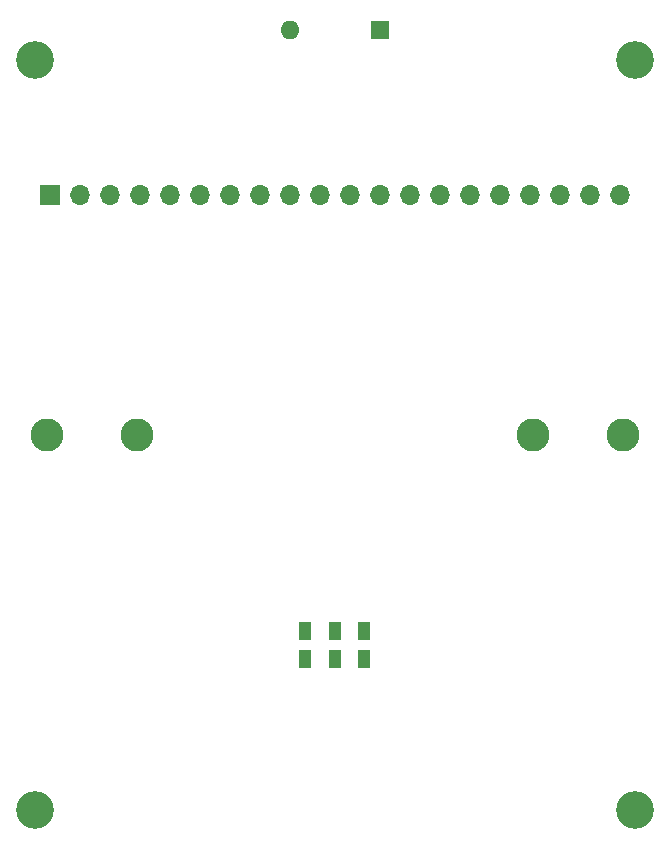
<source format=gbr>
From 21cf644a1123a6d4f2f9a294a118be31595e6011 Mon Sep 17 00:00:00 2001
From: Blaise Thompson <blaise@untzag.com>
Date: Mon, 28 Nov 2022 20:48:27 -0600
Subject: as ordered

---
 base/gerber/base-B_Mask.gbr | 81 +++++++++++++++++++++++++++++++++++++++++++++
 1 file changed, 81 insertions(+)
 create mode 100644 base/gerber/base-B_Mask.gbr

(limited to 'base/gerber/base-B_Mask.gbr')

diff --git a/base/gerber/base-B_Mask.gbr b/base/gerber/base-B_Mask.gbr
new file mode 100644
index 0000000..b7bacfd
--- /dev/null
+++ b/base/gerber/base-B_Mask.gbr
@@ -0,0 +1,81 @@
+%TF.GenerationSoftware,KiCad,Pcbnew,6.0.9+dfsg-1*%
+%TF.CreationDate,2022-11-28T19:22:20-06:00*%
+%TF.ProjectId,base,62617365-2e6b-4696-9361-645f70636258,A*%
+%TF.SameCoordinates,Original*%
+%TF.FileFunction,Soldermask,Bot*%
+%TF.FilePolarity,Negative*%
+%FSLAX46Y46*%
+G04 Gerber Fmt 4.6, Leading zero omitted, Abs format (unit mm)*
+G04 Created by KiCad (PCBNEW 6.0.9+dfsg-1) date 2022-11-28 19:22:20*
+%MOMM*%
+%LPD*%
+G01*
+G04 APERTURE LIST*
+%ADD10R,1.600000X1.600000*%
+%ADD11O,1.600000X1.600000*%
+%ADD12R,1.700000X1.700000*%
+%ADD13O,1.700000X1.700000*%
+%ADD14C,3.200000*%
+%ADD15R,1.000000X1.600000*%
+%ADD16C,2.794000*%
+G04 APERTURE END LIST*
+D10*
+%TO.C,D5*%
+X130810000Y-67310000D03*
+D11*
+X123190000Y-67310000D03*
+%TD*%
+D12*
+%TO.C,J1*%
+X102870000Y-81280000D03*
+D13*
+X105410000Y-81280000D03*
+X107950000Y-81280000D03*
+X110490000Y-81280000D03*
+X113030000Y-81280000D03*
+X115570000Y-81280000D03*
+X118110000Y-81280000D03*
+X120650000Y-81280000D03*
+X123190000Y-81280000D03*
+X125730000Y-81280000D03*
+X128270000Y-81280000D03*
+X130810000Y-81280000D03*
+X133350000Y-81280000D03*
+X135890000Y-81280000D03*
+X138430000Y-81280000D03*
+X140970000Y-81280000D03*
+X143510000Y-81280000D03*
+X146050000Y-81280000D03*
+X148590000Y-81280000D03*
+X151130000Y-81280000D03*
+%TD*%
+D14*
+%TO.C,REF\u002A\u002A*%
+X152400000Y-133350000D03*
+%TD*%
+%TO.C,REF\u002A\u002A*%
+X152400000Y-69850000D03*
+%TD*%
+%TO.C,REF\u002A\u002A*%
+X101600000Y-133350000D03*
+%TD*%
+%TO.C,REF\u002A\u002A*%
+X101600000Y-69850000D03*
+%TD*%
+D15*
+%TO.C,SW1*%
+X129500000Y-118180000D03*
+X127000000Y-118180000D03*
+X124500000Y-118180000D03*
+X129500000Y-120580000D03*
+X127000000Y-120580000D03*
+X124500000Y-120580000D03*
+%TD*%
+D16*
+%TO.C,BT1*%
+X110236000Y-101600000D03*
+X102616000Y-101600000D03*
+X151384000Y-101600000D03*
+X143764000Y-101600000D03*
+%TD*%
+M02*
-- 
cgit v1.2.3


</source>
